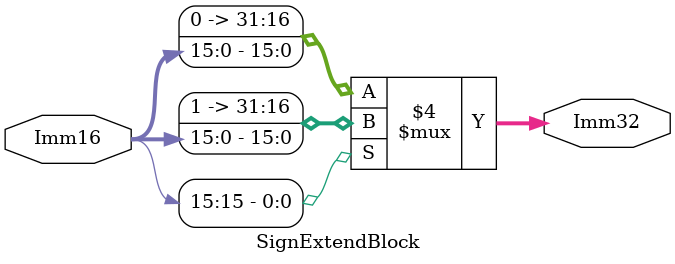
<source format=v>
`timescale 1ns / 1ps
module SignExtendBlock(Imm16, Imm32);

input [15:0] Imm16;
output reg [31:0] Imm32;

always @ (*) begin
if (Imm16[15] == 1'b1) begin
Imm32 = {16'b1111111111111111, Imm16};
end else begin
Imm32 = {16'b0000000000000000, Imm16};
end
end

endmodule

</source>
